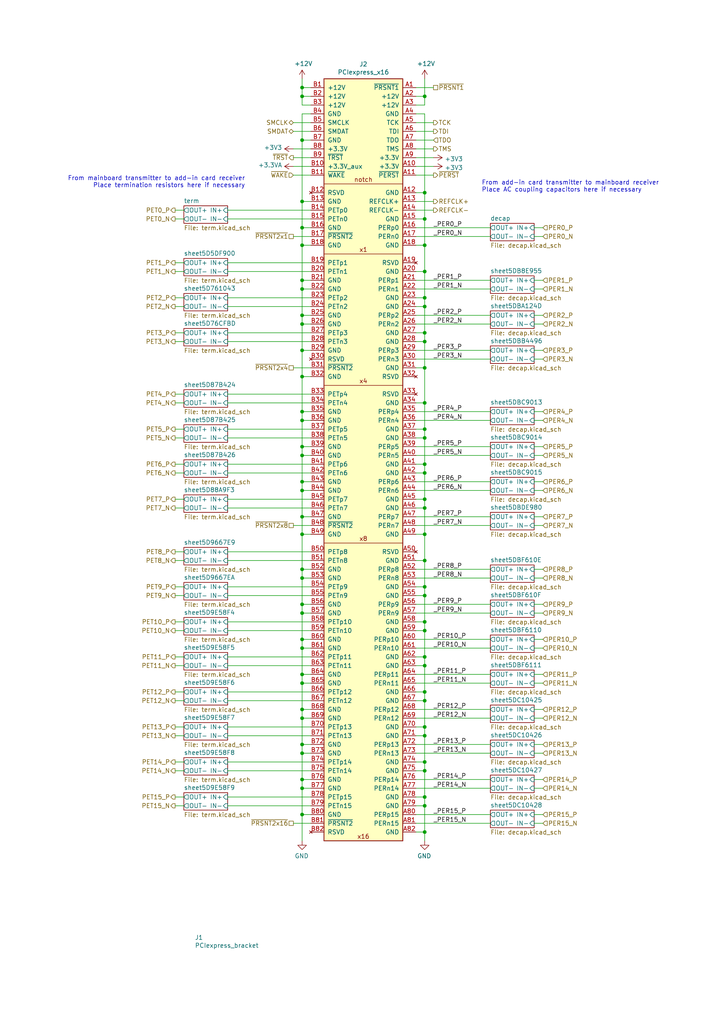
<source format=kicad_sch>
(kicad_sch (version 20250114) (generator "eeschema") (generator_version "9.0")
  (paper "A4" portrait)
  (title_block (title "PCIexpress_x16_low") (company "Author: Luca Anastasio"))
  (lib_symbols
    (symbol "PCIexpress:PCIexpress_bracket" (pin_names (offset 1.016))
      (property "Reference" "J" (at 0 0 0))
      (property "Value" "PCIexpress_bracket" (at 0 0 0))
    )
    (symbol "PCIexpress:PCIexpress_x16" (pin_names (offset 1.016))
      (property "Reference" "J" (at 0 3.81 0))
      (property "Value" "PCIexpress_x16" (at 0 1.27 0))
      (symbol "PCIexpress_x16_0_0"
        (polyline (pts (xy 11.43 -88.9) (xy -11.43 -88.9)))
        (polyline (pts (xy 11.43 -134.62) (xy -11.43 -134.62)))
        (text "x4" (at 0 -87.63 0) (effects (font (size 1.27 1.27))))
        (text "x8" (at 0 -133.35 0) (effects (font (size 1.27 1.27))))
        (text "x16" (at 0 -219.71 0) (effects (font (size 1.27 1.27))))
      )
      (symbol "PCIexpress_x16_1_1"
        (rectangle (start 11.43 0) (end -11.43 -220.98) (stroke (width 0.254)) (fill (type background)))
        (polyline (pts (xy 11.43 -30.48) (xy -11.43 -30.48)))
        (polyline (pts (xy 11.43 -50.8) (xy -11.43 -50.8)))
        (text "notch" (at 0 -29.21 0) (effects (font (size 1.27 1.27))))
        (text "x1" (at 0 -49.53 0) (effects (font (size 1.27 1.27))))
        (pin power_out line (at -15.24 -2.54 0) (length 3.81) (name "+12V") (number "B1"))
        (pin power_out line (at -15.24 -5.08 0) (length 3.81) (name "+12V") (number "B2"))
        (pin power_out line (at -15.24 -7.62 0) (length 3.81) (name "+12V") (number "B3"))
        (pin power_out line (at -15.24 -10.16 0) (length 3.81) (name "GND") (number "B4"))
        (pin open_collector line (at -15.24 -12.7 0) (length 3.81) (name "SMCLK") (number "B5"))
        (pin open_collector line (at -15.24 -15.24 0) (length 3.81) (name "SMDAT") (number "B6"))
        (pin power_out line (at -15.24 -17.78 0) (length 3.81) (name "GND") (number "B7"))
        (pin power_out line (at -15.24 -20.32 0) (length 3.81) (name "+3.3V") (number "B8"))
        (pin output line (at -15.24 -22.86 0) (length 3.81) (name "~{TRST}") (number "B9"))
        (pin power_out line (at -15.24 -25.4 0) (length 3.81) (name "+3.3V_aux") (number "B10"))
        (pin open_collector line (at -15.24 -27.94 0) (length 3.81) (name "~{WAKE}") (number "B11"))
        (pin no_connect line (at -15.24 -33.02 0) (length 3.81) (name "RSVD") (number "B12"))
        (pin power_out line (at -15.24 -35.56 0) (length 3.81) (name "GND") (number "B13"))
        (pin output line (at -15.24 -38.1 0) (length 3.81) (name "PETp0") (number "B14"))
        (pin output line (at -15.24 -40.64 0) (length 3.81) (name "PETn0") (number "B15"))
        (pin power_out line (at -15.24 -43.18 0) (length 3.81) (name "GND") (number "B16"))
        (pin passive line (at -15.24 -45.72 0) (length 3.81) (name "~{PRSNT2}") (number "B17"))
        (pin power_out line (at -15.24 -48.26 0) (length 3.81) (name "GND") (number "B18"))
        (pin output line (at -15.24 -53.34 0) (length 3.81) (name "PETp1") (number "B19"))
        (pin output line (at -15.24 -55.88 0) (length 3.81) (name "PETn1") (number "B20"))
        (pin power_out line (at -15.24 -58.42 0) (length 3.81) (name "GND") (number "B21"))
        (pin power_out line (at -15.24 -60.96 0) (length 3.81) (name "GND") (number "B22"))
        (pin output line (at -15.24 -63.5 0) (length 3.81) (name "PETp2") (number "B23"))
        (pin output line (at -15.24 -66.04 0) (length 3.81) (name "PETn2") (number "B24"))
        (pin power_out line (at -15.24 -68.58 0) (length 3.81) (name "GND") (number "B25"))
        (pin power_out line (at -15.24 -71.12 0) (length 3.81) (name "GND") (number "B26"))
        (pin output line (at -15.24 -73.66 0) (length 3.81) (name "PETp3") (number "B27"))
        (pin output line (at -15.24 -76.2 0) (length 3.81) (name "PETn3") (number "B28"))
        (pin power_out line (at -15.24 -78.74 0) (length 3.81) (name "GND") (number "B29"))
        (pin no_connect line (at -15.24 -81.28 0) (length 3.81) (name "RSVD") (number "B30"))
        (pin passive line (at -15.24 -83.82 0) (length 3.81) (name "~{PRSNT2}") (number "B31"))
        (pin power_out line (at -15.24 -86.36 0) (length 3.81) (name "GND") (number "B32"))
        (pin output line (at -15.24 -91.44 0) (length 3.81) (name "PETp4") (number "B33"))
        (pin output line (at -15.24 -93.98 0) (length 3.81) (name "PETn4") (number "B34"))
        (pin power_out line (at -15.24 -96.52 0) (length 3.81) (name "GND") (number "B35"))
        (pin power_out line (at -15.24 -99.06 0) (length 3.81) (name "GND") (number "B36"))
        (pin output line (at -15.24 -101.6 0) (length 3.81) (name "PETp5") (number "B37"))
        (pin output line (at -15.24 -104.14 0) (length 3.81) (name "PETn5") (number "B38"))
        (pin power_out line (at -15.24 -106.68 0) (length 3.81) (name "GND") (number "B39"))
        (pin power_out line (at -15.24 -109.22 0) (length 3.81) (name "GND") (number "B40"))
        (pin output line (at -15.24 -111.76 0) (length 3.81) (name "PETp6") (number "B41"))
        (pin output line (at -15.24 -114.3 0) (length 3.81) (name "PETn6") (number "B42"))
        (pin power_out line (at -15.24 -116.84 0) (length 3.81) (name "GND") (number "B43"))
        (pin power_out line (at -15.24 -119.38 0) (length 3.81) (name "GND") (number "B44"))
        (pin output line (at -15.24 -121.92 0) (length 3.81) (name "PETp7") (number "B45"))
        (pin output line (at -15.24 -124.46 0) (length 3.81) (name "PETn7") (number "B46"))
        (pin power_out line (at -15.24 -127 0) (length 3.81) (name "GND") (number "B47"))
        (pin passive line (at -15.24 -129.54 0) (length 3.81) (name "~{PRSNT2}") (number "B48"))
        (pin power_out line (at -15.24 -132.08 0) (length 3.81) (name "GND") (number "B49"))
        (pin output line (at -15.24 -137.16 0) (length 3.81) (name "PETp8") (number "B50"))
        (pin output line (at -15.24 -139.7 0) (length 3.81) (name "PETn8") (number "B51"))
        (pin power_out line (at -15.24 -142.24 0) (length 3.81) (name "GND") (number "B52"))
        (pin power_out line (at -15.24 -144.78 0) (length 3.81) (name "GND") (number "B53"))
        (pin output line (at -15.24 -147.32 0) (length 3.81) (name "PETp9") (number "B54"))
        (pin output line (at -15.24 -149.86 0) (length 3.81) (name "PETn9") (number "B55"))
        (pin power_out line (at -15.24 -152.4 0) (length 3.81) (name "GND") (number "B56"))
        (pin power_out line (at -15.24 -154.94 0) (length 3.81) (name "GND") (number "B57"))
        (pin output line (at -15.24 -157.48 0) (length 3.81) (name "PETp10") (number "B58"))
        (pin output line (at -15.24 -160.02 0) (length 3.81) (name "PETn10") (number "B59"))
        (pin power_out line (at -15.24 -162.56 0) (length 3.81) (name "GND") (number "B60"))
        (pin power_out line (at -15.24 -165.1 0) (length 3.81) (name "GND") (number "B61"))
        (pin output line (at -15.24 -167.64 0) (length 3.81) (name "PETp11") (number "B62"))
        (pin output line (at -15.24 -170.18 0) (length 3.81) (name "PETn11") (number "B63"))
        (pin power_out line (at -15.24 -172.72 0) (length 3.81) (name "GND") (number "B64"))
        (pin power_out line (at -15.24 -175.26 0) (length 3.81) (name "GND") (number "B65"))
        (pin output line (at -15.24 -177.8 0) (length 3.81) (name "PETp12") (number "B66"))
        (pin output line (at -15.24 -180.34 0) (length 3.81) (name "PETn12") (number "B67"))
        (pin power_out line (at -15.24 -182.88 0) (length 3.81) (name "GND") (number "B68"))
        (pin power_out line (at -15.24 -185.42 0) (length 3.81) (name "GND") (number "B69"))
        (pin output line (at -15.24 -187.96 0) (length 3.81) (name "PETp13") (number "B70"))
        (pin output line (at -15.24 -190.5 0) (length 3.81) (name "PETn13") (number "B71"))
        (pin power_out line (at -15.24 -193.04 0) (length 3.81) (name "GND") (number "B72"))
        (pin power_out line (at -15.24 -195.58 0) (length 3.81) (name "GND") (number "B73"))
        (pin output line (at -15.24 -198.12 0) (length 3.81) (name "PETp14") (number "B74"))
        (pin output line (at -15.24 -200.66 0) (length 3.81) (name "PETn14") (number "B75"))
        (pin power_out line (at -15.24 -203.2 0) (length 3.81) (name "GND") (number "B76"))
        (pin power_out line (at -15.24 -205.74 0) (length 3.81) (name "GND") (number "B77"))
        (pin output line (at -15.24 -208.28 0) (length 3.81) (name "PETp15") (number "B78"))
        (pin output line (at -15.24 -210.82 0) (length 3.81) (name "PETn15") (number "B79"))
        (pin power_out line (at -15.24 -213.36 0) (length 3.81) (name "GND") (number "B80"))
        (pin passive line (at -15.24 -215.9 0) (length 3.81) (name "~{PRSNT2}") (number "B81"))
        (pin no_connect line (at -15.24 -218.44 0) (length 3.81) (name "RSVD") (number "B82"))
        (pin passive line (at 15.24 -2.54 180) (length 3.81) (name "~{PRSNT1}") (number "A1"))
        (pin power_out line (at 15.24 -5.08 180) (length 3.81) (name "+12V") (number "A2"))
        (pin power_out line (at 15.24 -7.62 180) (length 3.81) (name "+12V") (number "A3"))
        (pin power_out line (at 15.24 -10.16 180) (length 3.81) (name "GND") (number "A4"))
        (pin output line (at 15.24 -12.7 180) (length 3.81) (name "TCK") (number "A5"))
        (pin output line (at 15.24 -15.24 180) (length 3.81) (name "TDI") (number "A6"))
        (pin input line (at 15.24 -17.78 180) (length 3.81) (name "TDO") (number "A7"))
        (pin output line (at 15.24 -20.32 180) (length 3.81) (name "TMS") (number "A8"))
        (pin power_out line (at 15.24 -22.86 180) (length 3.81) (name "+3.3V") (number "A9"))
        (pin power_out line (at 15.24 -25.4 180) (length 3.81) (name "+3.3V") (number "A10"))
        (pin output line (at 15.24 -27.94 180) (length 3.81) (name "~{PERST}") (number "A11"))
        (pin power_out line (at 15.24 -33.02 180) (length 3.81) (name "GND") (number "A12"))
        (pin output line (at 15.24 -35.56 180) (length 3.81) (name "REFCLK+") (number "A13"))
        (pin output line (at 15.24 -38.1 180) (length 3.81) (name "REFCLK-") (number "A14"))
        (pin power_out line (at 15.24 -40.64 180) (length 3.81) (name "GND") (number "A15"))
        (pin input line (at 15.24 -43.18 180) (length 3.81) (name "PERp0") (number "A16"))
        (pin input line (at 15.24 -45.72 180) (length 3.81) (name "PERn0") (number "A17"))
        (pin power_out line (at 15.24 -48.26 180) (length 3.81) (name "GND") (number "A18"))
        (pin no_connect line (at 15.24 -53.34 180) (length 3.81) (name "RSVD") (number "A19"))
        (pin power_out line (at 15.24 -55.88 180) (length 3.81) (name "GND") (number "A20"))
        (pin input line (at 15.24 -58.42 180) (length 3.81) (name "PERp1") (number "A21"))
        (pin input line (at 15.24 -60.96 180) (length 3.81) (name "PERn1") (number "A22"))
        (pin power_out line (at 15.24 -63.5 180) (length 3.81) (name "GND") (number "A23"))
        (pin power_out line (at 15.24 -66.04 180) (length 3.81) (name "GND") (number "A24"))
        (pin input line (at 15.24 -68.58 180) (length 3.81) (name "PERp2") (number "A25"))
        (pin input line (at 15.24 -71.12 180) (length 3.81) (name "PERn2") (number "A26"))
        (pin power_out line (at 15.24 -73.66 180) (length 3.81) (name "GND") (number "A27"))
        (pin power_out line (at 15.24 -76.2 180) (length 3.81) (name "GND") (number "A28"))
        (pin input line (at 15.24 -78.74 180) (length 3.81) (name "PERp3") (number "A29"))
        (pin input line (at 15.24 -81.28 180) (length 3.81) (name "PERn3") (number "A30"))
        (pin power_out line (at 15.24 -83.82 180) (length 3.81) (name "GND") (number "A31"))
        (pin no_connect line (at 15.24 -86.36 180) (length 3.81) (name "RSVD") (number "A32"))
        (pin no_connect line (at 15.24 -91.44 180) (length 3.81) (name "RSVD") (number "A33"))
        (pin power_out line (at 15.24 -93.98 180) (length 3.81) (name "GND") (number "A34"))
        (pin input line (at 15.24 -96.52 180) (length 3.81) (name "PERp4") (number "A35"))
        (pin input line (at 15.24 -99.06 180) (length 3.81) (name "PERn4") (number "A36"))
        (pin power_out line (at 15.24 -101.6 180) (length 3.81) (name "GND") (number "A37"))
        (pin power_out line (at 15.24 -104.14 180) (length 3.81) (name "GND") (number "A38"))
        (pin input line (at 15.24 -106.68 180) (length 3.81) (name "PERp5") (number "A39"))
        (pin input line (at 15.24 -109.22 180) (length 3.81) (name "PERn5") (number "A40"))
        (pin power_out line (at 15.24 -111.76 180) (length 3.81) (name "GND") (number "A41"))
        (pin power_out line (at 15.24 -114.3 180) (length 3.81) (name "GND") (number "A42"))
        (pin input line (at 15.24 -116.84 180) (length 3.81) (name "PERp6") (number "A43"))
        (pin input line (at 15.24 -119.38 180) (length 3.81) (name "PERn6") (number "A44"))
        (pin power_out line (at 15.24 -121.92 180) (length 3.81) (name "GND") (number "A45"))
        (pin power_out line (at 15.24 -124.46 180) (length 3.81) (name "GND") (number "A46"))
        (pin input line (at 15.24 -127 180) (length 3.81) (name "PERp7") (number "A47"))
        (pin input line (at 15.24 -129.54 180) (length 3.81) (name "PERn7") (number "A48"))
        (pin power_out line (at 15.24 -132.08 180) (length 3.81) (name "GND") (number "A49"))
        (pin no_connect line (at 15.24 -137.16 180) (length 3.81) (name "RSVD") (number "A50"))
        (pin power_out line (at 15.24 -139.7 180) (length 3.81) (name "GND") (number "A51"))
        (pin input line (at 15.24 -142.24 180) (length 3.81) (name "PERp8") (number "A52"))
        (pin input line (at 15.24 -144.78 180) (length 3.81) (name "PERn8") (number "A53"))
        (pin power_out line (at 15.24 -147.32 180) (length 3.81) (name "GND") (number "A54"))
        (pin power_out line (at 15.24 -149.86 180) (length 3.81) (name "GND") (number "A55"))
        (pin input line (at 15.24 -152.4 180) (length 3.81) (name "PERp9") (number "A56"))
        (pin input line (at 15.24 -154.94 180) (length 3.81) (name "PERn9") (number "A57"))
        (pin power_out line (at 15.24 -157.48 180) (length 3.81) (name "GND") (number "A58"))
        (pin power_out line (at 15.24 -160.02 180) (length 3.81) (name "GND") (number "A59"))
        (pin input line (at 15.24 -162.56 180) (length 3.81) (name "PERp10") (number "A60"))
        (pin input line (at 15.24 -165.1 180) (length 3.81) (name "PERn10") (number "A61"))
        (pin power_out line (at 15.24 -167.64 180) (length 3.81) (name "GND") (number "A62"))
        (pin power_out line (at 15.24 -170.18 180) (length 3.81) (name "GND") (number "A63"))
        (pin input line (at 15.24 -172.72 180) (length 3.81) (name "PERp11") (number "A64"))
        (pin input line (at 15.24 -175.26 180) (length 3.81) (name "PERn11") (number "A65"))
        (pin power_out line (at 15.24 -177.8 180) (length 3.81) (name "GND") (number "A66"))
        (pin power_out line (at 15.24 -180.34 180) (length 3.81) (name "GND") (number "A67"))
        (pin input line (at 15.24 -182.88 180) (length 3.81) (name "PERp12") (number "A68"))
        (pin input line (at 15.24 -185.42 180) (length 3.81) (name "PERn12") (number "A69"))
        (pin power_out line (at 15.24 -187.96 180) (length 3.81) (name "GND") (number "A70"))
        (pin power_out line (at 15.24 -190.5 180) (length 3.81) (name "GND") (number "A71"))
        (pin input line (at 15.24 -193.04 180) (length 3.81) (name "PERp13") (number "A72"))
        (pin input line (at 15.24 -195.58 180) (length 3.81) (name "PERn13") (number "A73"))
        (pin power_out line (at 15.24 -198.12 180) (length 3.81) (name "GND") (number "A74"))
        (pin power_out line (at 15.24 -200.66 180) (length 3.81) (name "GND") (number "A75"))
        (pin input line (at 15.24 -203.2 180) (length 3.81) (name "PERp14") (number "A76"))
        (pin input line (at 15.24 -205.74 180) (length 3.81) (name "PERn14") (number "A77"))
        (pin power_out line (at 15.24 -208.28 180) (length 3.81) (name "GND") (number "A78"))
        (pin power_out line (at 15.24 -210.82 180) (length 3.81) (name "GND") (number "A79"))
        (pin input line (at 15.24 -213.36 180) (length 3.81) (name "PERp15") (number "A80"))
        (pin input line (at 15.24 -215.9 180) (length 3.81) (name "PERn15") (number "A81"))
        (pin power_out line (at 15.24 -218.44 180) (length 3.81) (name "GND") (number "A82"))
      )
    )
    (symbol "PCIexpress_x16_low-rescue:+3.3V-power" (power) (pin_names (offset 0))
      (property "Value" "+3.3V-power" (at 0 3.556 0))
      (symbol "+3.3V-power_0_1"
        (polyline (pts (xy -0.762 1.27) (xy 0 2.54)))
        (polyline (pts (xy 0 2.54) (xy 0.762 1.27)))
        (polyline (pts (xy 0 0) (xy 0 2.54)))
      )
      (symbol "+3.3V-power_1_1"
        (pin power_in line (at 0 0 90) (length 0) (hide yes) (name "+3V3") (number "1"))
      )
    )
    (symbol "power:+12V" (power) (pin_names (offset 0))
      (property "Value" "+12V" (at 0 3.556 0))
      (symbol "+12V_0_1"
        (polyline (pts (xy -0.762 1.27) (xy 0 2.54)))
        (polyline (pts (xy 0 2.54) (xy 0.762 1.27)))
        (polyline (pts (xy 0 0) (xy 0 2.54)))
      )
      (symbol "+12V_1_1"
        (pin power_in line (at 0 0 90) (length 0) (hide yes) (name "+12V") (number "1"))
      )
    )
    (symbol "power:+3.3VA" (power) (pin_names (offset 0))
      (property "Value" "+3.3VA" (at 0 3.556 0))
      (symbol "+3.3VA_0_1"
        (polyline (pts (xy -0.762 1.27) (xy 0 2.54)))
        (polyline (pts (xy 0 2.54) (xy 0.762 1.27)))
        (polyline (pts (xy 0 0) (xy 0 2.54)))
      )
      (symbol "+3.3VA_1_1"
        (pin power_in line (at 0 0 90) (length 0) (hide yes) (name "+3.3VA") (number "1"))
      )
    )
    (symbol "power:GND" (power) (pin_names (offset 0))
      (property "Value" "GND" (at 0 -3.81 0))
      (symbol "GND_0_1"
        (polyline (pts (xy 0 0) (xy 0 -1.27) (xy 1.27 -1.27) (xy 0 -2.54) (xy -1.27 -1.27) (xy 0 -1.27)))
      )
      (symbol "GND_1_1"
        (pin power_in line (at 0 0 270) (length 0) (hide yes) (name "GND") (number "1"))
      )
    )
  )
  (text "From add-in card transmitter to mainboard receiver\nPlace AC coupling capacitors here if necessary" (at 139.7 55.88 0) (effects (font (size 1.27 1.27)) (justify left bottom)))
  (text "From mainboard transmitter to add-in card receiver\nPlace termination resistors here if necessary" (at 71.12 54.61 0) (effects (font (size 1.27 1.27)) (justify right bottom)))
  (junction (at 123.19 86.36))
  (junction (at 123.19 106.68))
  (junction (at 87.63 167.64))
  (junction (at 123.19 233.68))
  (junction (at 123.19 231.14))
  (junction (at 87.63 154.94))
  (junction (at 123.19 200.66))
  (junction (at 87.63 175.26))
  (junction (at 87.63 228.6))
  (junction (at 123.19 99.06))
  (junction (at 87.63 208.28))
  (junction (at 123.19 144.78))
  (junction (at 87.63 149.86))
  (junction (at 87.63 142.24))
  (junction (at 87.63 215.9))
  (junction (at 87.63 198.12))
  (junction (at 123.19 116.84))
  (junction (at 87.63 185.42))
  (junction (at 123.19 170.18))
  (junction (at 123.19 241.3))
  (junction (at 87.63 71.12))
  (junction (at 87.63 205.74))
  (junction (at 87.63 81.28))
  (junction (at 87.63 236.22))
  (junction (at 123.19 71.12))
  (junction (at 87.63 195.58))
  (junction (at 123.19 203.2))
  (junction (at 123.19 182.88))
  (junction (at 87.63 58.42))
  (junction (at 87.63 139.7))
  (junction (at 87.63 27.94))
  (junction (at 123.19 190.5))
  (junction (at 123.19 147.32))
  (junction (at 87.63 165.1))
  (junction (at 87.63 226.06))
  (junction (at 87.63 93.98))
  (junction (at 87.63 132.08))
  (junction (at 123.19 78.74))
  (junction (at 123.19 124.46))
  (junction (at 87.63 101.6))
  (junction (at 123.19 213.36))
  (junction (at 123.19 127))
  (junction (at 87.63 119.38))
  (junction (at 123.19 154.94))
  (junction (at 123.19 134.62))
  (junction (at 123.19 172.72))
  (junction (at 87.63 83.82))
  (junction (at 123.19 223.52))
  (junction (at 123.19 55.88))
  (junction (at 87.63 66.04))
  (junction (at 123.19 63.5))
  (junction (at 87.63 129.54))
  (junction (at 87.63 218.44))
  (junction (at 87.63 25.4))
  (junction (at 123.19 220.98))
  (junction (at 87.63 187.96))
  (junction (at 87.63 109.22))
  (junction (at 123.19 137.16))
  (junction (at 87.63 40.64))
  (junction (at 123.19 88.9))
  (junction (at 123.19 162.56))
  (junction (at 87.63 91.44))
  (junction (at 123.19 193.04))
  (junction (at 123.19 180.34))
  (junction (at 87.63 177.8))
  (junction (at 87.63 121.92))
  (junction (at 123.19 27.94))
  (junction (at 123.19 210.82))
  (junction (at 123.19 96.52))
  (wire (pts (xy 90.17 93.98) (xy 87.63 93.98)))
  (wire (pts (xy 120.65 218.44) (xy 142.24 218.44)))
  (wire (pts (xy 123.19 55.88) (xy 123.19 63.5)))
  (wire (pts (xy 90.17 177.8) (xy 87.63 177.8)))
  (wire (pts (xy 66.04 124.46) (xy 90.17 124.46)))
  (wire (pts (xy 120.65 152.4) (xy 142.24 152.4)))
  (wire (pts (xy 154.94 238.76) (xy 157.48 238.76)))
  (wire (pts (xy 154.94 198.12) (xy 157.48 198.12)))
  (wire (pts (xy 123.19 200.66) (xy 123.19 203.2)))
  (wire (pts (xy 120.65 233.68) (xy 123.19 233.68)))
  (wire (pts (xy 50.8 86.36) (xy 53.34 86.36)))
  (wire (pts (xy 90.17 218.44) (xy 87.63 218.44)))
  (wire (pts (xy 87.63 30.48) (xy 87.63 27.94)))
  (wire (pts (xy 87.63 25.4) (xy 87.63 22.86)))
  (wire (pts (xy 123.19 182.88) (xy 123.19 190.5)))
  (wire (pts (xy 90.17 121.92) (xy 87.63 121.92)))
  (wire (pts (xy 90.17 228.6) (xy 87.63 228.6)))
  (wire (pts (xy 87.63 27.94) (xy 87.63 25.4)))
  (wire (pts (xy 90.17 66.04) (xy 87.63 66.04)))
  (wire (pts (xy 66.04 78.74) (xy 90.17 78.74)))
  (wire (pts (xy 154.94 83.82) (xy 157.48 83.82)))
  (wire (pts (xy 66.04 170.18) (xy 90.17 170.18)))
  (wire (pts (xy 120.65 187.96) (xy 142.24 187.96)))
  (wire (pts (xy 154.94 185.42) (xy 157.48 185.42)))
  (wire (pts (xy 66.04 144.78) (xy 90.17 144.78)))
  (wire (pts (xy 154.94 81.28) (xy 157.48 81.28)))
  (wire (pts (xy 120.65 190.5) (xy 123.19 190.5)))
  (wire (pts (xy 123.19 203.2) (xy 123.19 210.82)))
  (wire (pts (xy 120.65 132.08) (xy 142.24 132.08)))
  (wire (pts (xy 123.19 96.52) (xy 123.19 99.06)))
  (wire (pts (xy 50.8 233.68) (xy 53.34 233.68)))
  (wire (pts (xy 90.17 165.1) (xy 87.63 165.1)))
  (wire (pts (xy 66.04 233.68) (xy 90.17 233.68)))
  (wire (pts (xy 120.65 86.36) (xy 123.19 86.36)))
  (wire (pts (xy 120.65 50.8) (xy 125.73 50.8)))
  (wire (pts (xy 87.63 243.84) (xy 87.63 236.22)))
  (wire (pts (xy 123.19 63.5) (xy 123.19 71.12)))
  (wire (pts (xy 66.04 193.04) (xy 90.17 193.04)))
  (wire (pts (xy 154.94 142.24) (xy 157.48 142.24)))
  (wire (pts (xy 85.09 106.68) (xy 90.17 106.68)))
  (wire (pts (xy 50.8 182.88) (xy 53.34 182.88)))
  (wire (pts (xy 154.94 215.9) (xy 157.48 215.9)))
  (wire (pts (xy 87.63 226.06) (xy 87.63 218.44)))
  (wire (pts (xy 120.65 91.44) (xy 142.24 91.44)))
  (wire (pts (xy 120.65 205.74) (xy 142.24 205.74)))
  (wire (pts (xy 87.63 109.22) (xy 87.63 101.6)))
  (wire (pts (xy 123.19 223.52) (xy 123.19 231.14)))
  (wire (pts (xy 120.65 241.3) (xy 123.19 241.3)))
  (wire (pts (xy 85.09 48.26) (xy 90.17 48.26)))
  (wire (pts (xy 120.65 231.14) (xy 123.19 231.14)))
  (wire (pts (xy 123.19 106.68) (xy 123.19 116.84)))
  (wire (pts (xy 50.8 190.5) (xy 53.34 190.5)))
  (wire (pts (xy 120.65 236.22) (xy 142.24 236.22)))
  (wire (pts (xy 120.65 193.04) (xy 123.19 193.04)))
  (wire (pts (xy 66.04 162.56) (xy 90.17 162.56)))
  (wire (pts (xy 87.63 121.92) (xy 87.63 119.38)))
  (wire (pts (xy 123.19 137.16) (xy 123.19 144.78)))
  (wire (pts (xy 90.17 40.64) (xy 87.63 40.64)))
  (wire (pts (xy 120.65 139.7) (xy 142.24 139.7)))
  (wire (pts (xy 50.8 99.06) (xy 53.34 99.06)))
  (wire (pts (xy 66.04 203.2) (xy 90.17 203.2)))
  (wire (pts (xy 123.19 144.78) (xy 123.19 147.32)))
  (wire (pts (xy 50.8 180.34) (xy 53.34 180.34)))
  (wire (pts (xy 90.17 132.08) (xy 87.63 132.08)))
  (wire (pts (xy 120.65 162.56) (xy 123.19 162.56)))
  (wire (pts (xy 120.65 124.46) (xy 123.19 124.46)))
  (wire (pts (xy 87.63 58.42) (xy 87.63 40.64)))
  (wire (pts (xy 50.8 96.52) (xy 53.34 96.52)))
  (wire (pts (xy 90.17 215.9) (xy 87.63 215.9)))
  (wire (pts (xy 120.65 203.2) (xy 123.19 203.2)))
  (wire (pts (xy 90.17 68.58) (xy 85.09 68.58)))
  (wire (pts (xy 85.09 50.8) (xy 90.17 50.8)))
  (wire (pts (xy 123.19 124.46) (xy 123.19 127)))
  (wire (pts (xy 85.09 43.18) (xy 90.17 43.18)))
  (wire (pts (xy 120.65 96.52) (xy 123.19 96.52)))
  (wire (pts (xy 50.8 78.74) (xy 53.34 78.74)))
  (wire (pts (xy 87.63 165.1) (xy 87.63 154.94)))
  (wire (pts (xy 50.8 223.52) (xy 53.34 223.52)))
  (wire (pts (xy 87.63 175.26) (xy 87.63 167.64)))
  (wire (pts (xy 154.94 149.86) (xy 157.48 149.86)))
  (wire (pts (xy 87.63 71.12) (xy 87.63 66.04)))
  (wire (pts (xy 90.17 58.42) (xy 87.63 58.42)))
  (wire (pts (xy 90.17 129.54) (xy 87.63 129.54)))
  (wire (pts (xy 120.65 60.96) (xy 125.73 60.96)))
  (wire (pts (xy 90.17 175.26) (xy 87.63 175.26)))
  (wire (pts (xy 87.63 149.86) (xy 87.63 142.24)))
  (wire (pts (xy 66.04 137.16) (xy 90.17 137.16)))
  (wire (pts (xy 50.8 231.14) (xy 53.34 231.14)))
  (wire (pts (xy 66.04 160.02) (xy 90.17 160.02)))
  (wire (pts (xy 90.17 149.86) (xy 87.63 149.86)))
  (wire (pts (xy 120.65 223.52) (xy 123.19 223.52)))
  (wire (pts (xy 120.65 99.06) (xy 123.19 99.06)))
  (wire (pts (xy 120.65 93.98) (xy 142.24 93.98)))
  (wire (pts (xy 90.17 208.28) (xy 87.63 208.28)))
  (wire (pts (xy 123.19 180.34) (xy 120.65 180.34)))
  (wire (pts (xy 90.17 119.38) (xy 87.63 119.38)))
  (wire (pts (xy 123.19 241.3) (xy 123.19 243.84)))
  (wire (pts (xy 120.65 30.48) (xy 123.19 30.48)))
  (wire (pts (xy 154.94 187.96) (xy 157.48 187.96)))
  (wire (pts (xy 50.8 170.18) (xy 53.34 170.18)))
  (wire (pts (xy 87.63 119.38) (xy 87.63 109.22)))
  (wire (pts (xy 120.65 116.84) (xy 123.19 116.84)))
  (wire (pts (xy 120.65 63.5) (xy 123.19 63.5)))
  (wire (pts (xy 66.04 220.98) (xy 90.17 220.98)))
  (wire (pts (xy 120.65 175.26) (xy 142.24 175.26)))
  (wire (pts (xy 123.19 30.48) (xy 123.19 27.94)))
  (wire (pts (xy 66.04 213.36) (xy 90.17 213.36)))
  (wire (pts (xy 120.65 213.36) (xy 123.19 213.36)))
  (wire (pts (xy 87.63 93.98) (xy 87.63 91.44)))
  (wire (pts (xy 123.19 78.74) (xy 123.19 86.36)))
  (wire (pts (xy 50.8 144.78) (xy 53.34 144.78)))
  (wire (pts (xy 154.94 121.92) (xy 157.48 121.92)))
  (wire (pts (xy 90.17 226.06) (xy 87.63 226.06)))
  (wire (pts (xy 50.8 88.9) (xy 53.34 88.9)))
  (wire (pts (xy 123.19 99.06) (xy 123.19 106.68)))
  (wire (pts (xy 87.63 198.12) (xy 87.63 195.58)))
  (wire (pts (xy 90.17 83.82) (xy 87.63 83.82)))
  (wire (pts (xy 120.65 226.06) (xy 142.24 226.06)))
  (wire (pts (xy 66.04 223.52) (xy 90.17 223.52)))
  (wire (pts (xy 87.63 33.02) (xy 90.17 33.02)))
  (wire (pts (xy 120.65 167.64) (xy 142.24 167.64)))
  (wire (pts (xy 90.17 187.96) (xy 87.63 187.96)))
  (wire (pts (xy 50.8 124.46) (xy 53.34 124.46)))
  (wire (pts (xy 120.65 129.54) (xy 142.24 129.54)))
  (wire (pts (xy 154.94 66.04) (xy 157.48 66.04)))
  (wire (pts (xy 66.04 190.5) (xy 90.17 190.5)))
  (wire (pts (xy 90.17 236.22) (xy 87.63 236.22)))
  (wire (pts (xy 154.94 236.22) (xy 157.48 236.22)))
  (wire (pts (xy 87.63 154.94) (xy 87.63 149.86)))
  (wire (pts (xy 123.19 220.98) (xy 120.65 220.98)))
  (wire (pts (xy 66.04 134.62) (xy 90.17 134.62)))
  (wire (pts (xy 120.65 121.92) (xy 142.24 121.92)))
  (wire (pts (xy 90.17 30.48) (xy 87.63 30.48)))
  (wire (pts (xy 87.63 236.22) (xy 87.63 228.6)))
  (wire (pts (xy 120.65 170.18) (xy 123.19 170.18)))
  (wire (pts (xy 50.8 203.2) (xy 53.34 203.2)))
  (wire (pts (xy 87.63 185.42) (xy 87.63 177.8)))
  (wire (pts (xy 120.65 71.12) (xy 123.19 71.12)))
  (wire (pts (xy 87.63 228.6) (xy 87.63 226.06)))
  (wire (pts (xy 120.65 147.32) (xy 123.19 147.32)))
  (wire (pts (xy 123.19 231.14) (xy 123.19 233.68)))
  (wire (pts (xy 120.65 185.42) (xy 142.24 185.42)))
  (wire (pts (xy 123.19 190.5) (xy 123.19 193.04)))
  (wire (pts (xy 120.65 134.62) (xy 123.19 134.62)))
  (wire (pts (xy 120.65 35.56) (xy 125.73 35.56)))
  (wire (pts (xy 90.17 81.28) (xy 87.63 81.28)))
  (wire (pts (xy 90.17 25.4) (xy 87.63 25.4)))
  (wire (pts (xy 120.65 165.1) (xy 142.24 165.1)))
  (wire (pts (xy 120.65 88.9) (xy 123.19 88.9)))
  (wire (pts (xy 120.65 48.26) (xy 125.73 48.26)))
  (wire (pts (xy 87.63 66.04) (xy 87.63 58.42)))
  (wire (pts (xy 87.63 205.74) (xy 87.63 198.12)))
  (wire (pts (xy 66.04 210.82) (xy 90.17 210.82)))
  (wire (pts (xy 123.19 154.94) (xy 123.19 162.56)))
  (wire (pts (xy 123.19 147.32) (xy 123.19 154.94)))
  (wire (pts (xy 120.65 177.8) (xy 142.24 177.8)))
  (wire (pts (xy 87.63 27.94) (xy 90.17 27.94)))
  (wire (pts (xy 123.19 127) (xy 123.19 134.62)))
  (wire (pts (xy 120.65 40.64) (xy 125.73 40.64)))
  (wire (pts (xy 123.19 27.94) (xy 120.65 27.94)))
  (wire (pts (xy 66.04 96.52) (xy 90.17 96.52)))
  (wire (pts (xy 154.94 205.74) (xy 157.48 205.74)))
  (wire (pts (xy 123.19 33.02) (xy 120.65 33.02)))
  (wire (pts (xy 50.8 220.98) (xy 53.34 220.98)))
  (wire (pts (xy 90.17 205.74) (xy 87.63 205.74)))
  (wire (pts (xy 87.63 208.28) (xy 87.63 205.74)))
  (wire (pts (xy 87.63 139.7) (xy 87.63 132.08)))
  (wire (pts (xy 87.63 40.64) (xy 87.63 33.02)))
  (wire (pts (xy 85.09 152.4) (xy 90.17 152.4)))
  (wire (pts (xy 120.65 200.66) (xy 123.19 200.66)))
  (wire (pts (xy 120.65 83.82) (xy 142.24 83.82)))
  (wire (pts (xy 123.19 193.04) (xy 123.19 200.66)))
  (wire (pts (xy 85.09 238.76) (xy 90.17 238.76)))
  (wire (pts (xy 154.94 208.28) (xy 157.48 208.28)))
  (wire (pts (xy 90.17 101.6) (xy 87.63 101.6)))
  (wire (pts (xy 66.04 231.14) (xy 90.17 231.14)))
  (wire (pts (xy 87.63 187.96) (xy 87.63 185.42)))
  (wire (pts (xy 120.65 66.04) (xy 142.24 66.04)))
  (wire (pts (xy 120.65 238.76) (xy 142.24 238.76)))
  (wire (pts (xy 50.8 60.96) (xy 53.34 60.96)))
  (wire (pts (xy 154.94 104.14) (xy 157.48 104.14)))
  (wire (pts (xy 120.65 78.74) (xy 123.19 78.74)))
  (wire (pts (xy 123.19 33.02) (xy 123.19 55.88)))
  (wire (pts (xy 87.63 215.9) (xy 87.63 208.28)))
  (wire (pts (xy 50.8 127) (xy 53.34 127)))
  (wire (pts (xy 90.17 198.12) (xy 87.63 198.12)))
  (wire (pts (xy 120.65 58.42) (xy 125.73 58.42)))
  (wire (pts (xy 123.19 180.34) (xy 123.19 182.88)))
  (wire (pts (xy 90.17 139.7) (xy 87.63 139.7)))
  (wire (pts (xy 50.8 76.2) (xy 53.34 76.2)))
  (wire (pts (xy 120.65 149.86) (xy 142.24 149.86)))
  (wire (pts (xy 154.94 152.4) (xy 157.48 152.4)))
  (wire (pts (xy 120.65 101.6) (xy 142.24 101.6)))
  (wire (pts (xy 120.65 208.28) (xy 142.24 208.28)))
  (wire (pts (xy 154.94 175.26) (xy 157.48 175.26)))
  (wire (pts (xy 123.19 88.9) (xy 123.19 96.52)))
  (wire (pts (xy 87.63 83.82) (xy 87.63 81.28)))
  (wire (pts (xy 120.65 198.12) (xy 142.24 198.12)))
  (wire (pts (xy 87.63 132.08) (xy 87.63 129.54)))
  (wire (pts (xy 120.65 81.28) (xy 142.24 81.28)))
  (wire (pts (xy 120.65 195.58) (xy 142.24 195.58)))
  (wire (pts (xy 120.65 104.14) (xy 142.24 104.14)))
  (wire (pts (xy 120.65 38.1) (xy 125.73 38.1)))
  (wire (pts (xy 50.8 172.72) (xy 53.34 172.72)))
  (wire (pts (xy 154.94 226.06) (xy 157.48 226.06)))
  (wire (pts (xy 50.8 162.56) (xy 53.34 162.56)))
  (wire (pts (xy 66.04 76.2) (xy 90.17 76.2)))
  (wire (pts (xy 123.19 134.62) (xy 123.19 137.16)))
  (wire (pts (xy 66.04 180.34) (xy 90.17 180.34)))
  (wire (pts (xy 90.17 154.94) (xy 87.63 154.94)))
  (wire (pts (xy 120.65 215.9) (xy 142.24 215.9)))
  (wire (pts (xy 120.65 55.88) (xy 123.19 55.88)))
  (wire (pts (xy 87.63 91.44) (xy 87.63 83.82)))
  (wire (pts (xy 87.63 129.54) (xy 87.63 121.92)))
  (wire (pts (xy 154.94 218.44) (xy 157.48 218.44)))
  (wire (pts (xy 154.94 119.38) (xy 157.48 119.38)))
  (wire (pts (xy 123.19 71.12) (xy 123.19 78.74)))
  (wire (pts (xy 66.04 182.88) (xy 90.17 182.88)))
  (wire (pts (xy 90.17 109.22) (xy 87.63 109.22)))
  (wire (pts (xy 123.19 22.86) (xy 123.19 27.94)))
  (wire (pts (xy 120.65 142.24) (xy 142.24 142.24)))
  (wire (pts (xy 85.09 38.1) (xy 90.17 38.1)))
  (wire (pts (xy 120.65 25.4) (xy 125.73 25.4)))
  (wire (pts (xy 154.94 165.1) (xy 157.48 165.1)))
  (wire (pts (xy 120.65 172.72) (xy 123.19 172.72)))
  (wire (pts (xy 87.63 177.8) (xy 87.63 175.26)))
  (wire (pts (xy 85.09 35.56) (xy 90.17 35.56)))
  (wire (pts (xy 87.63 81.28) (xy 87.63 71.12)))
  (wire (pts (xy 66.04 127) (xy 90.17 127)))
  (wire (pts (xy 120.65 210.82) (xy 123.19 210.82)))
  (wire (pts (xy 154.94 177.8) (xy 157.48 177.8)))
  (wire (pts (xy 66.04 99.06) (xy 90.17 99.06)))
  (wire (pts (xy 50.8 160.02) (xy 53.34 160.02)))
  (wire (pts (xy 154.94 129.54) (xy 157.48 129.54)))
  (wire (pts (xy 50.8 63.5) (xy 53.34 63.5)))
  (wire (pts (xy 123.19 172.72) (xy 123.19 180.34)))
  (wire (pts (xy 154.94 195.58) (xy 157.48 195.58)))
  (wire (pts (xy 123.19 220.98) (xy 123.19 223.52)))
  (wire (pts (xy 66.04 116.84) (xy 90.17 116.84)))
  (wire (pts (xy 120.65 106.68) (xy 123.19 106.68)))
  (wire (pts (xy 66.04 60.96) (xy 90.17 60.96)))
  (wire (pts (xy 50.8 116.84) (xy 53.34 116.84)))
  (wire (pts (xy 66.04 200.66) (xy 90.17 200.66)))
  (wire (pts (xy 87.63 101.6) (xy 87.63 93.98)))
  (wire (pts (xy 90.17 195.58) (xy 87.63 195.58)))
  (wire (pts (xy 87.63 167.64) (xy 87.63 165.1)))
  (wire (pts (xy 85.09 45.72) (xy 90.17 45.72)))
  (wire (pts (xy 50.8 114.3) (xy 53.34 114.3)))
  (wire (pts (xy 120.65 144.78) (xy 123.19 144.78)))
  (wire (pts (xy 123.19 116.84) (xy 123.19 124.46)))
  (wire (pts (xy 66.04 63.5) (xy 90.17 63.5)))
  (wire (pts (xy 90.17 167.64) (xy 87.63 167.64)))
  (wire (pts (xy 154.94 93.98) (xy 157.48 93.98)))
  (wire (pts (xy 50.8 213.36) (xy 53.34 213.36)))
  (wire (pts (xy 87.63 218.44) (xy 87.63 215.9)))
  (wire (pts (xy 50.8 210.82) (xy 53.34 210.82)))
  (wire (pts (xy 120.65 43.18) (xy 125.73 43.18)))
  (wire (pts (xy 123.19 162.56) (xy 123.19 170.18)))
  (wire (pts (xy 90.17 71.12) (xy 87.63 71.12)))
  (wire (pts (xy 154.94 139.7) (xy 157.48 139.7)))
  (wire (pts (xy 123.19 210.82) (xy 123.19 213.36)))
  (wire (pts (xy 123.19 170.18) (xy 123.19 172.72)))
  (wire (pts (xy 154.94 91.44) (xy 157.48 91.44)))
  (wire (pts (xy 123.19 233.68) (xy 123.19 241.3)))
  (wire (pts (xy 66.04 88.9) (xy 90.17 88.9)))
  (wire (pts (xy 120.65 182.88) (xy 123.19 182.88)))
  (wire (pts (xy 120.65 119.38) (xy 142.24 119.38)))
  (wire (pts (xy 50.8 193.04) (xy 53.34 193.04)))
  (wire (pts (xy 90.17 185.42) (xy 87.63 185.42)))
  (wire (pts (xy 120.65 137.16) (xy 123.19 137.16)))
  (wire (pts (xy 50.8 147.32) (xy 53.34 147.32)))
  (wire (pts (xy 120.65 68.58) (xy 142.24 68.58)))
  (wire (pts (xy 120.65 228.6) (xy 142.24 228.6)))
  (wire (pts (xy 154.94 167.64) (xy 157.48 167.64)))
  (wire (pts (xy 154.94 101.6) (xy 157.48 101.6)))
  (wire (pts (xy 90.17 142.24) (xy 87.63 142.24)))
  (wire (pts (xy 87.63 195.58) (xy 87.63 187.96)))
  (wire (pts (xy 123.19 213.36) (xy 123.19 220.98)))
  (wire (pts (xy 120.65 154.94) (xy 123.19 154.94)))
  (wire (pts (xy 154.94 68.58) (xy 157.48 68.58)))
  (wire (pts (xy 66.04 147.32) (xy 90.17 147.32)))
  (wire (pts (xy 66.04 172.72) (xy 90.17 172.72)))
  (wire (pts (xy 50.8 137.16) (xy 53.34 137.16)))
  (wire (pts (xy 120.65 45.72) (xy 125.73 45.72)))
  (wire (pts (xy 154.94 132.08) (xy 157.48 132.08)))
  (wire (pts (xy 120.65 127) (xy 123.19 127)))
  (wire (pts (xy 87.63 142.24) (xy 87.63 139.7)))
  (wire (pts (xy 90.17 91.44) (xy 87.63 91.44)))
  (wire (pts (xy 50.8 200.66) (xy 53.34 200.66)))
  (wire (pts (xy 154.94 228.6) (xy 157.48 228.6)))
  (wire (pts (xy 66.04 114.3) (xy 90.17 114.3)))
  (wire (pts (xy 123.19 86.36) (xy 123.19 88.9)))
  (wire (pts (xy 66.04 86.36) (xy 90.17 86.36)))
  (wire (pts (xy 50.8 134.62) (xy 53.34 134.62)))
  (label "_PER12_P" (at 125.73 205.74 0))
  (label "_PER1_N" (at 125.73 83.82 0))
  (label "_PER13_N" (at 125.73 218.44 0))
  (label "_PER8_N" (at 125.73 167.64 0))
  (label "_PER14_P" (at 125.73 226.06 0))
  (label "_PER14_N" (at 125.73 228.6 0))
  (label "_PER2_P" (at 125.73 91.44 0))
  (label "_PER3_N" (at 125.73 104.14 0))
  (label "_PER7_N" (at 125.73 152.4 0))
  (label "_PER2_N" (at 125.73 93.98 0))
  (label "_PER11_P" (at 125.73 195.58 0))
  (label "_PER1_P" (at 125.73 81.28 0))
  (label "_PER13_P" (at 125.73 215.9 0))
  (label "_PER5_P" (at 125.73 129.54 0))
  (label "_PER8_P" (at 125.73 165.1 0))
  (label "_PER9_P" (at 125.73 175.26 0))
  (label "_PER3_P" (at 125.73 101.6 0))
  (label "_PER15_N" (at 125.73 238.76 0))
  (label "_PER4_N" (at 125.73 121.92 0))
  (label "_PER12_N" (at 125.73 208.28 0))
  (label "_PER6_N" (at 125.73 142.24 0))
  (label "_PER0_N" (at 125.73 68.58 0))
  (label "_PER4_P" (at 125.73 119.38 0))
  (label "_PER10_P" (at 125.73 185.42 0))
  (label "_PER0_P" (at 125.73 66.04 0))
  (label "_PER9_N" (at 125.73 177.8 0))
  (label "_PER10_N" (at 125.73 187.96 0))
  (label "_PER5_N" (at 125.73 132.08 0))
  (label "_PER11_N" (at 125.73 198.12 0))
  (label "_PER6_P" (at 125.73 139.7 0))
  (label "_PER7_P" (at 125.73 149.86 0))
  (label "_PER15_P" (at 125.73 236.22 0))
  (hierarchical_label "PER6_P" (shape input) (at 157.48 139.7 0))
  (hierarchical_label "PER3_P" (shape input) (at 157.48 101.6 0))
  (hierarchical_label "PER12_P" (shape input) (at 157.48 205.74 0))
  (hierarchical_label "~{PERST}" (shape output) (at 125.73 50.8 0))
  (hierarchical_label "PET1_P" (shape output) (at 50.8 76.2 180))
  (hierarchical_label "PET3_P" (shape output) (at 50.8 96.52 180))
  (hierarchical_label "PER0_N" (shape input) (at 157.48 68.58 0))
  (hierarchical_label "~{WAKE}" (shape input) (at 85.09 50.8 180))
  (hierarchical_label "PER2_P" (shape input) (at 157.48 91.44 0))
  (hierarchical_label "PER7_P" (shape input) (at 157.48 149.86 0))
  (hierarchical_label "PER5_P" (shape input) (at 157.48 129.54 0))
  (hierarchical_label "PER5_N" (shape input) (at 157.48 132.08 0))
  (hierarchical_label "PET5_N" (shape output) (at 50.8 127 180))
  (hierarchical_label "SMCLK" (shape bidirectional) (at 85.09 35.56 180))
  (hierarchical_label "PER15_N" (shape input) (at 157.48 238.76 0))
  (hierarchical_label "PET13_N" (shape output) (at 50.8 213.36 180))
  (hierarchical_label "PER14_N" (shape input) (at 157.48 228.6 0))
  (hierarchical_label "PER1_P" (shape input) (at 157.48 81.28 0))
  (hierarchical_label "PER14_P" (shape input) (at 157.48 226.06 0))
  (hierarchical_label "PET9_P" (shape output) (at 50.8 170.18 180))
  (hierarchical_label "SMDAT" (shape bidirectional) (at 85.09 38.1 180))
  (hierarchical_label "PER8_N" (shape input) (at 157.48 167.64 0))
  (hierarchical_label "PET13_P" (shape output) (at 50.8 210.82 180))
  (hierarchical_label "PET4_P" (shape output) (at 50.8 114.3 180))
  (hierarchical_label "PET6_P" (shape output) (at 50.8 134.62 180))
  (hierarchical_label "PER6_N" (shape input) (at 157.48 142.24 0))
  (hierarchical_label "~{PRSNT2x16}" (shape passive) (at 85.09 238.76 180))
  (hierarchical_label "PET15_P" (shape output) (at 50.8 231.14 180))
  (hierarchical_label "PET12_N" (shape output) (at 50.8 203.2 180))
  (hierarchical_label "~{PRSNT1}" (shape passive) (at 125.73 25.4 0))
  (hierarchical_label "PER2_N" (shape input) (at 157.48 93.98 0))
  (hierarchical_label "REFCLK+" (shape output) (at 125.73 58.42 0))
  (hierarchical_label "PET15_N" (shape output) (at 50.8 233.68 180))
  (hierarchical_label "PET1_N" (shape output) (at 50.8 78.74 180))
  (hierarchical_label "PER1_N" (shape input) (at 157.48 83.82 0))
  (hierarchical_label "~{PRSNT2x1}" (shape passive) (at 85.09 68.58 180))
  (hierarchical_label "PER0_P" (shape input) (at 157.48 66.04 0))
  (hierarchical_label "~{PRSNT2x4}" (shape passive) (at 85.09 106.68 180))
  (hierarchical_label "PET14_P" (shape output) (at 50.8 220.98 180))
  (hierarchical_label "PER12_N" (shape input) (at 157.48 208.28 0))
  (hierarchical_label "PER9_N" (shape input) (at 157.48 177.8 0))
  (hierarchical_label "PER4_P" (shape input) (at 157.48 119.38 0))
  (hierarchical_label "PET3_N" (shape output) (at 50.8 99.06 180))
  (hierarchical_label "PET11_P" (shape output) (at 50.8 190.5 180))
  (hierarchical_label "REFCLK-" (shape output) (at 125.73 60.96 0))
  (hierarchical_label "PET10_N" (shape output) (at 50.8 182.88 180))
  (hierarchical_label "TCK" (shape output) (at 125.73 35.56 0))
  (hierarchical_label "TMS" (shape output) (at 125.73 43.18 0))
  (hierarchical_label "PET6_N" (shape output) (at 50.8 137.16 180))
  (hierarchical_label "PET2_N" (shape output) (at 50.8 88.9 180))
  (hierarchical_label "PER15_P" (shape input) (at 157.48 236.22 0))
  (hierarchical_label "PER13_P" (shape input) (at 157.48 215.9 0))
  (hierarchical_label "TDI" (shape output) (at 125.73 38.1 0))
  (hierarchical_label "PER11_N" (shape input) (at 157.48 198.12 0))
  (hierarchical_label "~{TRST}" (shape output) (at 85.09 45.72 180))
  (hierarchical_label "~{PRSNT2x8}" (shape passive) (at 85.09 152.4 180))
  (hierarchical_label "PET11_N" (shape output) (at 50.8 193.04 180))
  (hierarchical_label "PET0_N" (shape output) (at 50.8 63.5 180))
  (hierarchical_label "PET8_P" (shape output) (at 50.8 160.02 180))
  (hierarchical_label "PET8_N" (shape output) (at 50.8 162.56 180))
  (hierarchical_label "TDO" (shape input) (at 125.73 40.64 0))
  (hierarchical_label "PET4_N" (shape output) (at 50.8 116.84 180))
  (hierarchical_label "PER4_N" (shape input) (at 157.48 121.92 0))
  (hierarchical_label "PET2_P" (shape output) (at 50.8 86.36 180))
  (hierarchical_label "PET10_P" (shape output) (at 50.8 180.34 180))
  (hierarchical_label "PER9_P" (shape input) (at 157.48 175.26 0))
  (hierarchical_label "PER8_P" (shape input) (at 157.48 165.1 0))
  (hierarchical_label "PER3_N" (shape input) (at 157.48 104.14 0))
  (hierarchical_label "PET9_N" (shape output) (at 50.8 172.72 180))
  (hierarchical_label "PER10_P" (shape input) (at 157.48 185.42 0))
  (hierarchical_label "PET14_N" (shape output) (at 50.8 223.52 180))
  (hierarchical_label "PER11_P" (shape input) (at 157.48 195.58 0))
  (hierarchical_label "PET0_P" (shape output) (at 50.8 60.96 180))
  (hierarchical_label "PET7_P" (shape output) (at 50.8 144.78 180))
  (hierarchical_label "PET5_P" (shape output) (at 50.8 124.46 180))
  (hierarchical_label "PER7_N" (shape input) (at 157.48 152.4 0))
  (hierarchical_label "PET7_N" (shape output) (at 50.8 147.32 180))
  (hierarchical_label "PET12_P" (shape output) (at 50.8 200.66 180))
  (hierarchical_label "PER13_N" (shape input) (at 157.48 218.44 0))
  (hierarchical_label "PER10_N" (shape input) (at 157.48 187.96 0))
  (symbol (lib_id "PCIexpress:PCIexpress_bracket") (at 55.88 273.05 0) (unit 1)
    (property "Reference" "J1" (at 56.515 271.8816 0) (effects (justify left)))
    (property "Value" "PCIexpress_bracket" (at 56.515 274.193 0) (effects (justify left)))
    (property "Footprint" "PCIexpress:PCIexpress_bracket_low" (effects (hide yes)))
  )
  (symbol (lib_id "PCIexpress:PCIexpress_x16") (at 105.41 22.86 0) (unit 1)
    (property "Reference" "J2" (at 105.41 18.6182 0))
    (property "Value" "PCIexpress_x16" (at 105.41 20.9296 0))
    (property "Footprint" "PCIexpress:PCIexpress_x16" (effects (hide yes)))
  )
  (symbol (lib_id "power:GND") (at 87.63 243.84 0) (mirror y) (unit 1)
    (property "Reference" "#PWR0101" (effects (hide yes)))
    (property "Value" "GND" (at 87.503 248.2342 0))
  )
  (symbol (lib_id "power:GND") (at 123.19 243.84 0) (mirror y) (unit 1)
    (property "Reference" "#PWR0102" (effects (hide yes)))
    (property "Value" "GND" (at 123.063 248.2342 0))
  )
  (symbol (lib_id "PCIexpress_x16_low-rescue:+3.3V-power") (at 85.09 43.18 90) (unit 1)
    (property "Reference" "#PWR0103" (effects (hide yes)))
    (property "Value" "+3V3" (at 81.8388 42.799 90) (effects (justify left)))
  )
  (symbol (lib_id "PCIexpress_x16_low-rescue:+3.3V-power") (at 125.73 45.72 270) (unit 1)
    (property "Reference" "#PWR0104" (effects (hide yes)))
    (property "Value" "+3V3" (at 128.9812 46.101 90) (effects (justify left)))
  )
  (symbol (lib_id "PCIexpress_x16_low-rescue:+3.3V-power") (at 125.73 48.26 270) (unit 1)
    (property "Reference" "#PWR0105" (effects (hide yes)))
    (property "Value" "+3V3" (at 128.9812 48.641 90) (effects (justify left)))
  )
  (symbol (lib_id "power:+3.3VA") (at 85.09 48.26 90) (unit 1)
    (property "Reference" "#PWR0106" (effects (hide yes)))
    (property "Value" "+3.3VA" (at 81.8642 47.879 90) (effects (justify left)))
  )
  (symbol (lib_id "power:+12V") (at 87.63 22.86 0) (unit 1)
    (property "Reference" "#PWR0107" (effects (hide yes)))
    (property "Value" "+12V" (at 88.011 18.4658 0))
  )
  (symbol (lib_id "power:+12V") (at 123.19 22.86 0) (unit 1)
    (property "Reference" "#PWR0108" (effects (hide yes)))
    (property "Value" "+12V" (at 123.571 18.4658 0))
  )
  (sheet (at 53.34 59.69) (size 12.7 5.08)
    (property "Sheetname" "term" (at 53.34 58.9784 0) (effects (justify left bottom)))
    (property "Sheetfile" "term.kicad_sch" (at 53.34 65.3546 0) (effects (justify left top)))
    (pin "IN+" input (at 66.04 60.96 0))
    (pin "IN-" input (at 66.04 63.5 0))
    (pin "OUT+" output (at 53.34 60.96 180))
    (pin "OUT-" output (at 53.34 63.5 180))
  )
  (sheet (at 53.34 74.93) (size 12.7 5.08)
    (property "Sheetname" "sheet5D5DF900" (at 53.34 74.2184 0) (effects (justify left bottom)))
    (property "Sheetfile" "term.kicad_sch" (at 53.34 80.5946 0) (effects (justify left top)))
    (pin "IN+" input (at 66.04 76.2 0))
    (pin "IN-" input (at 66.04 78.74 0))
    (pin "OUT+" output (at 53.34 76.2 180))
    (pin "OUT-" output (at 53.34 78.74 180))
  )
  (sheet (at 53.34 85.09) (size 12.7 5.08)
    (property "Sheetname" "sheet5D761043" (at 53.34 84.3784 0) (effects (justify left bottom)))
    (property "Sheetfile" "term.kicad_sch" (at 53.34 90.7546 0) (effects (justify left top)))
    (pin "IN+" input (at 66.04 86.36 0))
    (pin "IN-" input (at 66.04 88.9 0))
    (pin "OUT+" output (at 53.34 86.36 180))
    (pin "OUT-" output (at 53.34 88.9 180))
  )
  (sheet (at 53.34 95.25) (size 12.7 5.08)
    (property "Sheetname" "sheet5D76CFBD" (at 53.34 94.5384 0) (effects (justify left bottom)))
    (property "Sheetfile" "term.kicad_sch" (at 53.34 100.9146 0) (effects (justify left top)))
    (pin "IN+" input (at 66.04 96.52 0))
    (pin "IN-" input (at 66.04 99.06 0))
    (pin "OUT+" output (at 53.34 96.52 180))
    (pin "OUT-" output (at 53.34 99.06 180))
  )
  (sheet (at 53.34 113.03) (size 12.7 5.08)
    (property "Sheetname" "sheet5D87B424" (at 53.34 112.3184 0) (effects (justify left bottom)))
    (property "Sheetfile" "term.kicad_sch" (at 53.34 118.6946 0) (effects (justify left top)))
    (pin "IN+" input (at 66.04 114.3 0))
    (pin "IN-" input (at 66.04 116.84 0))
    (pin "OUT+" output (at 53.34 114.3 180))
    (pin "OUT-" output (at 53.34 116.84 180))
  )
  (sheet (at 53.34 123.19) (size 12.7 5.08)
    (property "Sheetname" "sheet5D87B425" (at 53.34 122.4784 0) (effects (justify left bottom)))
    (property "Sheetfile" "term.kicad_sch" (at 53.34 128.8546 0) (effects (justify left top)))
    (pin "IN+" input (at 66.04 124.46 0))
    (pin "IN-" input (at 66.04 127 0))
    (pin "OUT+" output (at 53.34 124.46 180))
    (pin "OUT-" output (at 53.34 127 180))
  )
  (sheet (at 53.34 133.35) (size 12.7 5.08)
    (property "Sheetname" "sheet5D87B426" (at 53.34 132.6384 0) (effects (justify left bottom)))
    (property "Sheetfile" "term.kicad_sch" (at 53.34 139.0146 0) (effects (justify left top)))
    (pin "IN+" input (at 66.04 134.62 0))
    (pin "IN-" input (at 66.04 137.16 0))
    (pin "OUT+" output (at 53.34 134.62 180))
    (pin "OUT-" output (at 53.34 137.16 180))
  )
  (sheet (at 53.34 143.51) (size 12.7 5.08)
    (property "Sheetname" "sheet5D88A9F3" (at 53.34 142.7984 0) (effects (justify left bottom)))
    (property "Sheetfile" "term.kicad_sch" (at 53.34 149.1746 0) (effects (justify left top)))
    (pin "IN+" input (at 66.04 144.78 0))
    (pin "IN-" input (at 66.04 147.32 0))
    (pin "OUT+" output (at 53.34 144.78 180))
    (pin "OUT-" output (at 53.34 147.32 180))
  )
  (sheet (at 53.34 158.75) (size 12.7 5.08)
    (property "Sheetname" "sheet5D9667E9" (at 53.34 158.0384 0) (effects (justify left bottom)))
    (property "Sheetfile" "term.kicad_sch" (at 53.34 164.4146 0) (effects (justify left top)))
    (pin "IN+" input (at 66.04 160.02 0))
    (pin "IN-" input (at 66.04 162.56 0))
    (pin "OUT+" output (at 53.34 160.02 180))
    (pin "OUT-" output (at 53.34 162.56 180))
  )
  (sheet (at 53.34 168.91) (size 12.7 5.08)
    (property "Sheetname" "sheet5D9667EA" (at 53.34 168.1984 0) (effects (justify left bottom)))
    (property "Sheetfile" "term.kicad_sch" (at 53.34 174.5746 0) (effects (justify left top)))
    (pin "IN+" input (at 66.04 170.18 0))
    (pin "IN-" input (at 66.04 172.72 0))
    (pin "OUT+" output (at 53.34 170.18 180))
    (pin "OUT-" output (at 53.34 172.72 180))
  )
  (sheet (at 53.34 179.07) (size 12.7 5.08)
    (property "Sheetname" "sheet5D9E58F4" (at 53.34 178.3584 0) (effects (justify left bottom)))
    (property "Sheetfile" "term.kicad_sch" (at 53.34 184.7346 0) (effects (justify left top)))
    (pin "IN+" input (at 66.04 180.34 0))
    (pin "IN-" input (at 66.04 182.88 0))
    (pin "OUT+" output (at 53.34 180.34 180))
    (pin "OUT-" output (at 53.34 182.88 180))
  )
  (sheet (at 53.34 189.23) (size 12.7 5.08)
    (property "Sheetname" "sheet5D9E58F5" (at 53.34 188.5184 0) (effects (justify left bottom)))
    (property "Sheetfile" "term.kicad_sch" (at 53.34 194.8946 0) (effects (justify left top)))
    (pin "IN+" input (at 66.04 190.5 0))
    (pin "IN-" input (at 66.04 193.04 0))
    (pin "OUT+" output (at 53.34 190.5 180))
    (pin "OUT-" output (at 53.34 193.04 180))
  )
  (sheet (at 53.34 199.39) (size 12.7 5.08)
    (property "Sheetname" "sheet5D9E58F6" (at 53.34 198.6784 0) (effects (justify left bottom)))
    (property "Sheetfile" "term.kicad_sch" (at 53.34 205.0546 0) (effects (justify left top)))
    (pin "IN+" input (at 66.04 200.66 0))
    (pin "IN-" input (at 66.04 203.2 0))
    (pin "OUT+" output (at 53.34 200.66 180))
    (pin "OUT-" output (at 53.34 203.2 180))
  )
  (sheet (at 53.34 209.55) (size 12.7 5.08)
    (property "Sheetname" "sheet5D9E58F7" (at 53.34 208.8384 0) (effects (justify left bottom)))
    (property "Sheetfile" "term.kicad_sch" (at 53.34 215.2146 0) (effects (justify left top)))
    (pin "IN+" input (at 66.04 210.82 0))
    (pin "IN-" input (at 66.04 213.36 0))
    (pin "OUT+" output (at 53.34 210.82 180))
    (pin "OUT-" output (at 53.34 213.36 180))
  )
  (sheet (at 53.34 219.71) (size 12.7 5.08)
    (property "Sheetname" "sheet5D9E58F8" (at 53.34 218.9984 0) (effects (justify left bottom)))
    (property "Sheetfile" "term.kicad_sch" (at 53.34 225.3746 0) (effects (justify left top)))
    (pin "IN+" input (at 66.04 220.98 0))
    (pin "IN-" input (at 66.04 223.52 0))
    (pin "OUT+" output (at 53.34 220.98 180))
    (pin "OUT-" output (at 53.34 223.52 180))
  )
  (sheet (at 53.34 229.87) (size 12.7 5.08)
    (property "Sheetname" "sheet5D9E58F9" (at 53.34 229.1584 0) (effects (justify left bottom)))
    (property "Sheetfile" "term.kicad_sch" (at 53.34 235.5346 0) (effects (justify left top)))
    (pin "IN+" input (at 66.04 231.14 0))
    (pin "IN-" input (at 66.04 233.68 0))
    (pin "OUT+" output (at 53.34 231.14 180))
    (pin "OUT-" output (at 53.34 233.68 180))
  )
  (sheet (at 142.24 64.77) (size 12.7 5.08)
    (property "Sheetname" "decap" (at 142.24 64.0584 0) (effects (justify left bottom)))
    (property "Sheetfile" "decap.kicad_sch" (at 142.24 70.4346 0) (effects (justify left top)))
    (pin "IN+" input (at 154.94 66.04 0))
    (pin "OUT+" output (at 142.24 66.04 180))
    (pin "OUT-" output (at 142.24 68.58 180))
    (pin "IN-" input (at 154.94 68.58 0))
  )
  (sheet (at 142.24 80.01) (size 12.7 5.08)
    (property "Sheetname" "sheet5DB8E955" (at 142.24 79.2984 0) (effects (justify left bottom)))
    (property "Sheetfile" "decap.kicad_sch" (at 142.24 85.6746 0) (effects (justify left top)))
    (pin "IN+" input (at 154.94 81.28 0))
    (pin "OUT+" output (at 142.24 81.28 180))
    (pin "OUT-" output (at 142.24 83.82 180))
    (pin "IN-" input (at 154.94 83.82 0))
  )
  (sheet (at 142.24 90.17) (size 12.7 5.08)
    (property "Sheetname" "sheet5DBA124D" (at 142.24 89.4584 0) (effects (justify left bottom)))
    (property "Sheetfile" "decap.kicad_sch" (at 142.24 95.8346 0) (effects (justify left top)))
    (pin "IN+" input (at 154.94 91.44 0))
    (pin "OUT+" output (at 142.24 91.44 180))
    (pin "OUT-" output (at 142.24 93.98 180))
    (pin "IN-" input (at 154.94 93.98 0))
  )
  (sheet (at 142.24 100.33) (size 12.7 5.08)
    (property "Sheetname" "sheet5DBB4496" (at 142.24 99.6184 0) (effects (justify left bottom)))
    (property "Sheetfile" "decap.kicad_sch" (at 142.24 105.9946 0) (effects (justify left top)))
    (pin "IN+" input (at 154.94 101.6 0))
    (pin "OUT+" output (at 142.24 101.6 180))
    (pin "OUT-" output (at 142.24 104.14 180))
    (pin "IN-" input (at 154.94 104.14 0))
  )
  (sheet (at 142.24 118.11) (size 12.7 5.08)
    (property "Sheetname" "sheet5DBC9013" (at 142.24 117.3984 0) (effects (justify left bottom)))
    (property "Sheetfile" "decap.kicad_sch" (at 142.24 123.7746 0) (effects (justify left top)))
    (pin "IN+" input (at 154.94 119.38 0))
    (pin "OUT+" output (at 142.24 119.38 180))
    (pin "OUT-" output (at 142.24 121.92 180))
    (pin "IN-" input (at 154.94 121.92 0))
  )
  (sheet (at 142.24 128.27) (size 12.7 5.08)
    (property "Sheetname" "sheet5DBC9014" (at 142.24 127.5584 0) (effects (justify left bottom)))
    (property "Sheetfile" "decap.kicad_sch" (at 142.24 133.9346 0) (effects (justify left top)))
    (pin "IN+" input (at 154.94 129.54 0))
    (pin "OUT+" output (at 142.24 129.54 180))
    (pin "OUT-" output (at 142.24 132.08 180))
    (pin "IN-" input (at 154.94 132.08 0))
  )
  (sheet (at 142.24 138.43) (size 12.7 5.08)
    (property "Sheetname" "sheet5DBC9015" (at 142.24 137.7184 0) (effects (justify left bottom)))
    (property "Sheetfile" "decap.kicad_sch" (at 142.24 144.0946 0) (effects (justify left top)))
    (pin "IN+" input (at 154.94 139.7 0))
    (pin "OUT+" output (at 142.24 139.7 180))
    (pin "OUT-" output (at 142.24 142.24 180))
    (pin "IN-" input (at 154.94 142.24 0))
  )
  (sheet (at 142.24 148.59) (size 12.7 5.08)
    (property "Sheetname" "sheet5DBDE980" (at 142.24 147.8784 0) (effects (justify left bottom)))
    (property "Sheetfile" "decap.kicad_sch" (at 142.24 154.2546 0) (effects (justify left top)))
    (pin "IN+" input (at 154.94 149.86 0))
    (pin "OUT+" output (at 142.24 149.86 180))
    (pin "OUT-" output (at 142.24 152.4 180))
    (pin "IN-" input (at 154.94 152.4 0))
  )
  (sheet (at 142.24 163.83) (size 12.7 5.08)
    (property "Sheetname" "sheet5DBF610E" (at 142.24 163.1184 0) (effects (justify left bottom)))
    (property "Sheetfile" "decap.kicad_sch" (at 142.24 169.4946 0) (effects (justify left top)))
    (pin "IN+" input (at 154.94 165.1 0))
    (pin "OUT+" output (at 142.24 165.1 180))
    (pin "OUT-" output (at 142.24 167.64 180))
    (pin "IN-" input (at 154.94 167.64 0))
  )
  (sheet (at 142.24 173.99) (size 12.7 5.08)
    (property "Sheetname" "sheet5DBF610F" (at 142.24 173.2784 0) (effects (justify left bottom)))
    (property "Sheetfile" "decap.kicad_sch" (at 142.24 179.6546 0) (effects (justify left top)))
    (pin "IN+" input (at 154.94 175.26 0))
    (pin "OUT+" output (at 142.24 175.26 180))
    (pin "OUT-" output (at 142.24 177.8 180))
    (pin "IN-" input (at 154.94 177.8 0))
  )
  (sheet (at 142.24 184.15) (size 12.7 5.08)
    (property "Sheetname" "sheet5DBF6110" (at 142.24 183.4384 0) (effects (justify left bottom)))
    (property "Sheetfile" "decap.kicad_sch" (at 142.24 189.8146 0) (effects (justify left top)))
    (pin "IN+" input (at 154.94 185.42 0))
    (pin "OUT+" output (at 142.24 185.42 180))
    (pin "OUT-" output (at 142.24 187.96 180))
    (pin "IN-" input (at 154.94 187.96 0))
  )
  (sheet (at 142.24 194.31) (size 12.7 5.08)
    (property "Sheetname" "sheet5DBF6111" (at 142.24 193.5984 0) (effects (justify left bottom)))
    (property "Sheetfile" "decap.kicad_sch" (at 142.24 199.9746 0) (effects (justify left top)))
    (pin "IN+" input (at 154.94 195.58 0))
    (pin "OUT+" output (at 142.24 195.58 180))
    (pin "OUT-" output (at 142.24 198.12 180))
    (pin "IN-" input (at 154.94 198.12 0))
  )
  (sheet (at 142.24 204.47) (size 12.7 5.08)
    (property "Sheetname" "sheet5DC10425" (at 142.24 203.7584 0) (effects (justify left bottom)))
    (property "Sheetfile" "decap.kicad_sch" (at 142.24 210.1346 0) (effects (justify left top)))
    (pin "IN+" input (at 154.94 205.74 0))
    (pin "OUT+" output (at 142.24 205.74 180))
    (pin "OUT-" output (at 142.24 208.28 180))
    (pin "IN-" input (at 154.94 208.28 0))
  )
  (sheet (at 142.24 214.63) (size 12.7 5.08)
    (property "Sheetname" "sheet5DC10426" (at 142.24 213.9184 0) (effects (justify left bottom)))
    (property "Sheetfile" "decap.kicad_sch" (at 142.24 220.2946 0) (effects (justify left top)))
    (pin "IN+" input (at 154.94 215.9 0))
    (pin "OUT+" output (at 142.24 215.9 180))
    (pin "OUT-" output (at 142.24 218.44 180))
    (pin "IN-" input (at 154.94 218.44 0))
  )
  (sheet (at 142.24 224.79) (size 12.7 5.08)
    (property "Sheetname" "sheet5DC10427" (at 142.24 224.0784 0) (effects (justify left bottom)))
    (property "Sheetfile" "decap.kicad_sch" (at 142.24 230.4546 0) (effects (justify left top)))
    (pin "IN+" input (at 154.94 226.06 0))
    (pin "OUT+" output (at 142.24 226.06 180))
    (pin "OUT-" output (at 142.24 228.6 180))
    (pin "IN-" input (at 154.94 228.6 0))
  )
  (sheet (at 142.24 234.95) (size 12.7 5.08)
    (property "Sheetname" "sheet5DC10428" (at 142.24 234.2384 0) (effects (justify left bottom)))
    (property "Sheetfile" "decap.kicad_sch" (at 142.24 240.6146 0) (effects (justify left top)))
    (pin "IN+" input (at 154.94 236.22 0))
    (pin "OUT+" output (at 142.24 236.22 180))
    (pin "OUT-" output (at 142.24 238.76 180))
    (pin "IN-" input (at 154.94 238.76 0))
  )
)
</source>
